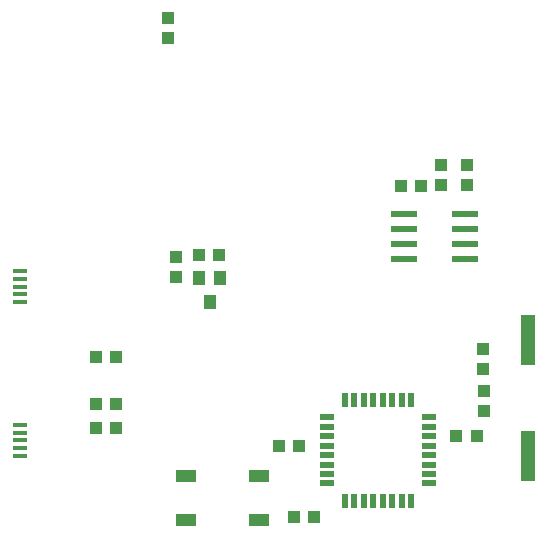
<source format=gtp>
G75*
%MOIN*%
%OFA0B0*%
%FSLAX25Y25*%
%IPPOS*%
%LPD*%
%AMOC8*
5,1,8,0,0,1.08239X$1,22.5*
%
%ADD10R,0.03937X0.04331*%
%ADD11R,0.04331X0.03937*%
%ADD12R,0.04724X0.01575*%
%ADD13R,0.07087X0.04331*%
%ADD14R,0.08661X0.02362*%
%ADD15R,0.05000X0.02200*%
%ADD16R,0.02200X0.05000*%
%ADD17R,0.04000X0.04500*%
%ADD18R,0.04724X0.16929*%
D10*
X0050677Y0069010D03*
X0057370Y0069010D03*
X0057370Y0084504D03*
X0050677Y0084504D03*
X0077372Y0111208D03*
X0077372Y0117901D03*
X0084995Y0118579D03*
X0091688Y0118579D03*
X0152215Y0141640D03*
X0158907Y0141640D03*
X0165611Y0141782D03*
X0165611Y0148475D03*
X0174134Y0148489D03*
X0174134Y0141796D03*
X0179631Y0087123D03*
X0179631Y0080431D03*
X0179875Y0073326D03*
X0179875Y0066633D03*
D11*
X0177455Y0058178D03*
X0170762Y0058178D03*
X0123230Y0031345D03*
X0116538Y0031345D03*
X0118330Y0055040D03*
X0111637Y0055040D03*
X0057370Y0060882D03*
X0050677Y0060882D03*
X0074523Y0190811D03*
X0074523Y0197504D03*
D12*
X0025322Y0051700D03*
X0025322Y0054259D03*
X0025322Y0056818D03*
X0025322Y0059377D03*
X0025322Y0061936D03*
X0025322Y0102881D03*
X0025322Y0105440D03*
X0025322Y0107999D03*
X0025322Y0110558D03*
X0025322Y0113117D03*
D13*
X0080536Y0044934D03*
X0080536Y0030367D03*
X0104946Y0030367D03*
X0104946Y0044934D03*
D14*
X0153151Y0117308D03*
X0153151Y0122308D03*
X0153151Y0127308D03*
X0153151Y0132308D03*
X0173623Y0132308D03*
X0173623Y0127308D03*
X0173623Y0122308D03*
X0173623Y0117308D03*
D15*
X0161550Y0064480D03*
X0161550Y0061331D03*
X0161550Y0058181D03*
X0161550Y0055031D03*
X0161550Y0051882D03*
X0161550Y0048732D03*
X0161550Y0045583D03*
X0161550Y0042433D03*
X0127750Y0042433D03*
X0127750Y0045583D03*
X0127750Y0048732D03*
X0127750Y0051882D03*
X0127750Y0055031D03*
X0127750Y0058181D03*
X0127750Y0061331D03*
X0127750Y0064480D03*
D16*
X0133627Y0070357D03*
X0136776Y0070357D03*
X0139926Y0070357D03*
X0143076Y0070357D03*
X0146225Y0070357D03*
X0149375Y0070357D03*
X0152524Y0070357D03*
X0155674Y0070357D03*
X0155674Y0036557D03*
X0152524Y0036557D03*
X0149375Y0036557D03*
X0146225Y0036557D03*
X0143076Y0036557D03*
X0139926Y0036557D03*
X0136776Y0036557D03*
X0133627Y0036557D03*
D17*
X0088444Y0102791D03*
X0091944Y0110791D03*
X0084944Y0110791D03*
D18*
X0194523Y0090263D03*
X0194523Y0051680D03*
M02*

</source>
